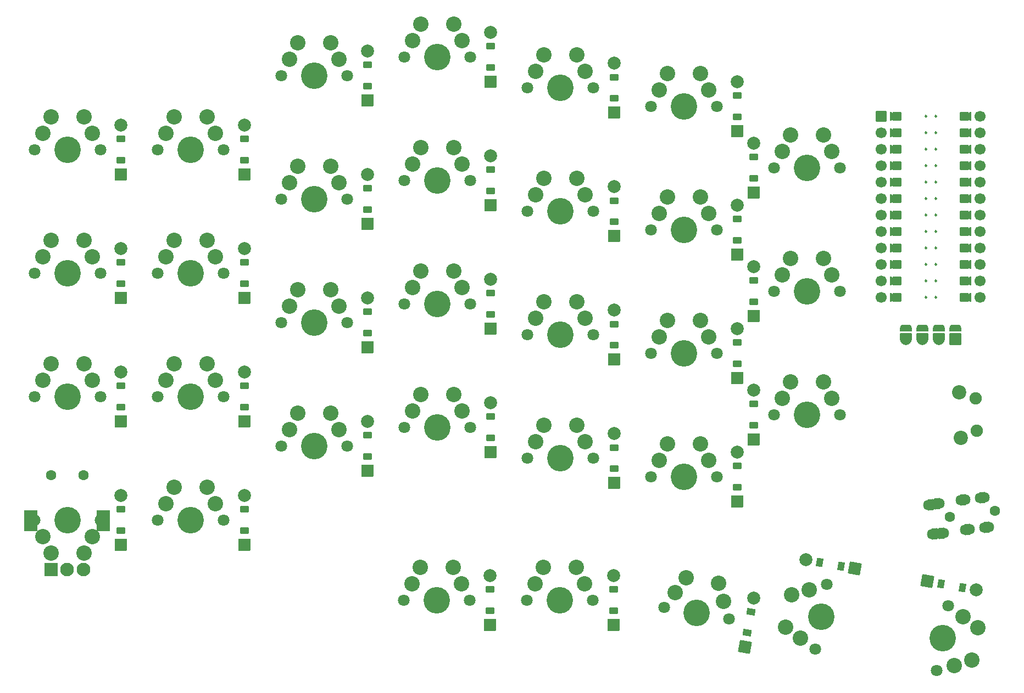
<source format=gts>
G04 #@! TF.GenerationSoftware,KiCad,Pcbnew,6.0.5-a6ca702e91~116~ubuntu20.04.1*
G04 #@! TF.CreationDate,2022-08-10T01:11:28+00:00*
G04 #@! TF.ProjectId,spleeb,73706c65-6562-42e6-9b69-6361645f7063,v1.0.0*
G04 #@! TF.SameCoordinates,Original*
G04 #@! TF.FileFunction,Soldermask,Top*
G04 #@! TF.FilePolarity,Negative*
%FSLAX46Y46*%
G04 Gerber Fmt 4.6, Leading zero omitted, Abs format (unit mm)*
G04 Created by KiCad (PCBNEW 6.0.5-a6ca702e91~116~ubuntu20.04.1) date 2022-08-10 01:11:28*
%MOMM*%
%LPD*%
G01*
G04 APERTURE LIST*
G04 Aperture macros list*
%AMRoundRect*
0 Rectangle with rounded corners*
0 $1 Rounding radius*
0 $2 $3 $4 $5 $6 $7 $8 $9 X,Y pos of 4 corners*
0 Add a 4 corners polygon primitive as box body*
4,1,4,$2,$3,$4,$5,$6,$7,$8,$9,$2,$3,0*
0 Add four circle primitives for the rounded corners*
1,1,$1+$1,$2,$3*
1,1,$1+$1,$4,$5*
1,1,$1+$1,$6,$7*
1,1,$1+$1,$8,$9*
0 Add four rect primitives between the rounded corners*
20,1,$1+$1,$2,$3,$4,$5,0*
20,1,$1+$1,$4,$5,$6,$7,0*
20,1,$1+$1,$6,$7,$8,$9,0*
20,1,$1+$1,$8,$9,$2,$3,0*%
%AMHorizOval*
0 Thick line with rounded ends*
0 $1 width*
0 $2 $3 position (X,Y) of the first rounded end (center of the circle)*
0 $4 $5 position (X,Y) of the second rounded end (center of the circle)*
0 Add line between two ends*
20,1,$1,$2,$3,$4,$5,0*
0 Add two circle primitives to create the rounded ends*
1,1,$1,$2,$3*
1,1,$1,$4,$5*%
%AMFreePoly0*
4,1,14,0.635355,0.435355,0.650000,0.400000,0.650000,0.200000,0.635355,0.164645,0.035355,-0.435355,0.000000,-0.450000,-0.035355,-0.435355,-0.635355,0.164645,-0.650000,0.200000,-0.650000,0.400000,-0.635355,0.435355,-0.600000,0.450000,0.600000,0.450000,0.635355,0.435355,0.635355,0.435355,$1*%
%AMFreePoly1*
4,1,16,0.635355,1.035355,0.650000,1.000000,0.650000,-0.250000,0.635355,-0.285355,0.600000,-0.300000,-0.600000,-0.300000,-0.635355,-0.285355,-0.650000,-0.250000,-0.650000,1.000000,-0.635355,1.035355,-0.600000,1.050000,-0.564645,1.035355,0.000000,0.470710,0.564645,1.035355,0.600000,1.050000,0.635355,1.035355,0.635355,1.035355,$1*%
%AMFreePoly2*
4,1,37,0.012350,0.894884,0.074210,0.894507,0.088231,0.892412,0.224052,0.851793,0.236921,0.845846,0.355883,0.768739,0.366566,0.759420,0.459104,0.652023,0.466742,0.640080,0.525419,0.511028,0.529398,0.497421,0.549495,0.357088,0.550000,0.350000,0.550000,-0.350000,0.549996,-0.350610,0.549847,-0.362826,0.549158,-0.370511,0.525638,-0.510312,0.521328,-0.523818,0.459516,-0.651397,
0.451589,-0.663150,0.356454,-0.768254,0.345546,-0.777309,0.224736,-0.851486,0.211726,-0.857116,0.074953,-0.894405,0.060885,-0.896158,0.011462,-0.895252,0.000000,-0.900000,-0.500000,-0.900000,-0.535355,-0.885355,-0.550000,-0.850000,-0.550000,0.850000,-0.535355,0.885355,-0.500000,0.900000,0.000000,0.900000,0.012350,0.894884,0.012350,0.894884,$1*%
%AMFreePoly3*
4,1,41,0.003401,0.899884,0.118759,0.892020,0.127454,0.890651,0.305599,0.846234,0.315735,0.842505,0.480187,0.760871,0.489285,0.755052,0.632371,0.640008,0.640008,0.632371,0.755052,0.489285,0.760871,0.480187,0.842505,0.315735,0.846234,0.305599,0.890651,0.127454,0.892020,0.118759,0.899884,0.003401,0.899884,-0.003401,0.892020,-0.118759,0.890651,-0.127454,0.846234,-0.305599,
0.842505,-0.315735,0.760871,-0.480187,0.755052,-0.489285,0.640008,-0.632371,0.632371,-0.640008,0.489285,-0.755052,0.480187,-0.760871,0.315735,-0.842505,0.305599,-0.846234,0.127454,-0.890651,0.118759,-0.892020,0.003401,-0.899884,0.000000,-0.900000,-0.850000,-0.900000,-0.885355,-0.885355,-0.900000,-0.850000,-0.900000,0.850000,-0.885355,0.885355,-0.850000,0.900000,0.000000,0.900000,
0.003401,0.899884,0.003401,0.899884,$1*%
G04 Aperture macros list end*
%ADD10C,0.250000*%
%ADD11C,0.100000*%
%ADD12RoundRect,0.050000X0.600000X-0.450000X0.600000X0.450000X-0.600000X0.450000X-0.600000X-0.450000X0*%
%ADD13C,2.005000*%
%ADD14RoundRect,0.050000X0.889000X-0.889000X0.889000X0.889000X-0.889000X0.889000X-0.889000X-0.889000X0*%
%ADD15C,1.801800*%
%ADD16C,4.087800*%
%ADD17C,2.386000*%
%ADD18C,1.900000*%
%ADD19C,2.200000*%
%ADD20RoundRect,0.050000X-0.547352X-0.512743X0.338975X-0.669026X0.547352X0.512743X-0.338975X0.669026X0*%
%ADD21RoundRect,0.050000X-1.029867X-0.721121X0.721121X-1.029867X1.029867X0.721121X-0.721121X1.029867X0*%
%ADD22R,2.000000X3.200000*%
%ADD23C,1.600000*%
%ADD24RoundRect,0.050000X1.000000X-1.000000X1.000000X1.000000X-1.000000X1.000000X-1.000000X-1.000000X0*%
%ADD25C,2.100000*%
%ADD26FreePoly0,90.000000*%
%ADD27C,1.700000*%
%ADD28FreePoly0,270.000000*%
%ADD29RoundRect,0.050000X-0.800000X0.800000X-0.800000X-0.800000X0.800000X-0.800000X0.800000X0.800000X0*%
%ADD30FreePoly1,270.000000*%
%ADD31FreePoly1,90.000000*%
%ADD32RoundRect,0.050000X0.512743X-0.547352X0.669026X0.338975X-0.512743X0.547352X-0.669026X-0.338975X0*%
%ADD33RoundRect,0.050000X0.721121X-1.029867X1.029867X0.721121X-0.721121X1.029867X-1.029867X-0.721121X0*%
%ADD34FreePoly2,90.000000*%
%ADD35RoundRect,0.050000X-0.850000X0.850000X-0.850000X-0.850000X0.850000X-0.850000X0.850000X0.850000X0*%
%ADD36FreePoly3,270.000000*%
%ADD37RoundRect,0.050000X0.547352X0.512743X-0.338975X0.669026X-0.547352X-0.512743X0.338975X-0.669026X0*%
%ADD38RoundRect,0.050000X1.029867X0.721121X-0.721121X1.029867X-1.029867X-0.721121X0.721121X-1.029867X0*%
%ADD39HorizOval,1.700000X-0.297260X-0.040455X0.297260X0.040455X0*%
G04 APERTURE END LIST*
D10*
G04 #@! TO.C,MCU1*
X132413000Y62287500D02*
G75*
G03*
X132413000Y62287500I-125000J0D01*
G01*
X133937000Y41967500D02*
G75*
G03*
X133937000Y41967500I-125000J0D01*
G01*
X132413000Y52127500D02*
G75*
G03*
X132413000Y52127500I-125000J0D01*
G01*
X132413000Y34347500D02*
G75*
G03*
X132413000Y34347500I-125000J0D01*
G01*
X133937000Y54667500D02*
G75*
G03*
X133937000Y54667500I-125000J0D01*
G01*
X133937000Y47047500D02*
G75*
G03*
X133937000Y47047500I-125000J0D01*
G01*
X133937000Y36887500D02*
G75*
G03*
X133937000Y36887500I-125000J0D01*
G01*
X133937000Y44507500D02*
G75*
G03*
X133937000Y44507500I-125000J0D01*
G01*
X133937000Y57207500D02*
G75*
G03*
X133937000Y57207500I-125000J0D01*
G01*
X133937000Y52127500D02*
G75*
G03*
X133937000Y52127500I-125000J0D01*
G01*
X132413000Y49587500D02*
G75*
G03*
X132413000Y49587500I-125000J0D01*
G01*
X133937000Y62287500D02*
G75*
G03*
X133937000Y62287500I-125000J0D01*
G01*
X133937000Y49587500D02*
G75*
G03*
X133937000Y49587500I-125000J0D01*
G01*
X132413000Y41967500D02*
G75*
G03*
X132413000Y41967500I-125000J0D01*
G01*
X132413000Y59747500D02*
G75*
G03*
X132413000Y59747500I-125000J0D01*
G01*
X132413000Y47047500D02*
G75*
G03*
X132413000Y47047500I-125000J0D01*
G01*
X132413000Y57207500D02*
G75*
G03*
X132413000Y57207500I-125000J0D01*
G01*
X132413000Y39427500D02*
G75*
G03*
X132413000Y39427500I-125000J0D01*
G01*
X132413000Y36887500D02*
G75*
G03*
X132413000Y36887500I-125000J0D01*
G01*
X133937000Y59747500D02*
G75*
G03*
X133937000Y59747500I-125000J0D01*
G01*
X133937000Y34347500D02*
G75*
G03*
X133937000Y34347500I-125000J0D01*
G01*
X132413000Y54667500D02*
G75*
G03*
X132413000Y54667500I-125000J0D01*
G01*
X133937000Y39427500D02*
G75*
G03*
X133937000Y39427500I-125000J0D01*
G01*
X132413000Y44507500D02*
G75*
G03*
X132413000Y44507500I-125000J0D01*
G01*
G36*
X139146000Y56699500D02*
G01*
X138130000Y56699500D01*
X138130000Y57715500D01*
X139146000Y57715500D01*
X139146000Y56699500D01*
G37*
D11*
X139146000Y56699500D02*
X138130000Y56699500D01*
X138130000Y57715500D01*
X139146000Y57715500D01*
X139146000Y56699500D01*
G36*
X139146000Y51619500D02*
G01*
X138130000Y51619500D01*
X138130000Y52635500D01*
X139146000Y52635500D01*
X139146000Y51619500D01*
G37*
X139146000Y51619500D02*
X138130000Y51619500D01*
X138130000Y52635500D01*
X139146000Y52635500D01*
X139146000Y51619500D01*
G36*
X139146000Y36379500D02*
G01*
X138130000Y36379500D01*
X138130000Y37395500D01*
X139146000Y37395500D01*
X139146000Y36379500D01*
G37*
X139146000Y36379500D02*
X138130000Y36379500D01*
X138130000Y37395500D01*
X139146000Y37395500D01*
X139146000Y36379500D01*
G36*
X127970000Y38919500D02*
G01*
X126954000Y38919500D01*
X126954000Y39935500D01*
X127970000Y39935500D01*
X127970000Y38919500D01*
G37*
X127970000Y38919500D02*
X126954000Y38919500D01*
X126954000Y39935500D01*
X127970000Y39935500D01*
X127970000Y38919500D01*
G36*
X139146000Y41459500D02*
G01*
X138130000Y41459500D01*
X138130000Y42475500D01*
X139146000Y42475500D01*
X139146000Y41459500D01*
G37*
X139146000Y41459500D02*
X138130000Y41459500D01*
X138130000Y42475500D01*
X139146000Y42475500D01*
X139146000Y41459500D01*
G36*
X139146000Y49079500D02*
G01*
X138130000Y49079500D01*
X138130000Y50095500D01*
X139146000Y50095500D01*
X139146000Y49079500D01*
G37*
X139146000Y49079500D02*
X138130000Y49079500D01*
X138130000Y50095500D01*
X139146000Y50095500D01*
X139146000Y49079500D01*
G36*
X127970000Y41459500D02*
G01*
X126954000Y41459500D01*
X126954000Y42475500D01*
X127970000Y42475500D01*
X127970000Y41459500D01*
G37*
X127970000Y41459500D02*
X126954000Y41459500D01*
X126954000Y42475500D01*
X127970000Y42475500D01*
X127970000Y41459500D01*
G36*
X127970000Y59239500D02*
G01*
X126954000Y59239500D01*
X126954000Y60255500D01*
X127970000Y60255500D01*
X127970000Y59239500D01*
G37*
X127970000Y59239500D02*
X126954000Y59239500D01*
X126954000Y60255500D01*
X127970000Y60255500D01*
X127970000Y59239500D01*
G36*
X127970000Y46539500D02*
G01*
X126954000Y46539500D01*
X126954000Y47555500D01*
X127970000Y47555500D01*
X127970000Y46539500D01*
G37*
X127970000Y46539500D02*
X126954000Y46539500D01*
X126954000Y47555500D01*
X127970000Y47555500D01*
X127970000Y46539500D01*
G36*
X127970000Y43999500D02*
G01*
X126954000Y43999500D01*
X126954000Y45015500D01*
X127970000Y45015500D01*
X127970000Y43999500D01*
G37*
X127970000Y43999500D02*
X126954000Y43999500D01*
X126954000Y45015500D01*
X127970000Y45015500D01*
X127970000Y43999500D01*
G36*
X127970000Y51619500D02*
G01*
X126954000Y51619500D01*
X126954000Y52635500D01*
X127970000Y52635500D01*
X127970000Y51619500D01*
G37*
X127970000Y51619500D02*
X126954000Y51619500D01*
X126954000Y52635500D01*
X127970000Y52635500D01*
X127970000Y51619500D01*
G36*
X127970000Y36379500D02*
G01*
X126954000Y36379500D01*
X126954000Y37395500D01*
X127970000Y37395500D01*
X127970000Y36379500D01*
G37*
X127970000Y36379500D02*
X126954000Y36379500D01*
X126954000Y37395500D01*
X127970000Y37395500D01*
X127970000Y36379500D01*
G36*
X127970000Y33839500D02*
G01*
X126954000Y33839500D01*
X126954000Y34855500D01*
X127970000Y34855500D01*
X127970000Y33839500D01*
G37*
X127970000Y33839500D02*
X126954000Y33839500D01*
X126954000Y34855500D01*
X127970000Y34855500D01*
X127970000Y33839500D01*
G36*
X127970000Y49079500D02*
G01*
X126954000Y49079500D01*
X126954000Y50095500D01*
X127970000Y50095500D01*
X127970000Y49079500D01*
G37*
X127970000Y49079500D02*
X126954000Y49079500D01*
X126954000Y50095500D01*
X127970000Y50095500D01*
X127970000Y49079500D01*
G36*
X139146000Y61779500D02*
G01*
X138130000Y61779500D01*
X138130000Y62795500D01*
X139146000Y62795500D01*
X139146000Y61779500D01*
G37*
X139146000Y61779500D02*
X138130000Y61779500D01*
X138130000Y62795500D01*
X139146000Y62795500D01*
X139146000Y61779500D01*
G36*
X139146000Y46539500D02*
G01*
X138130000Y46539500D01*
X138130000Y47555500D01*
X139146000Y47555500D01*
X139146000Y46539500D01*
G37*
X139146000Y46539500D02*
X138130000Y46539500D01*
X138130000Y47555500D01*
X139146000Y47555500D01*
X139146000Y46539500D01*
G36*
X139146000Y38919500D02*
G01*
X138130000Y38919500D01*
X138130000Y39935500D01*
X139146000Y39935500D01*
X139146000Y38919500D01*
G37*
X139146000Y38919500D02*
X138130000Y38919500D01*
X138130000Y39935500D01*
X139146000Y39935500D01*
X139146000Y38919500D01*
G36*
X127970000Y61779500D02*
G01*
X126954000Y61779500D01*
X126954000Y62795500D01*
X127970000Y62795500D01*
X127970000Y61779500D01*
G37*
X127970000Y61779500D02*
X126954000Y61779500D01*
X126954000Y62795500D01*
X127970000Y62795500D01*
X127970000Y61779500D01*
G36*
X127970000Y56699500D02*
G01*
X126954000Y56699500D01*
X126954000Y57715500D01*
X127970000Y57715500D01*
X127970000Y56699500D01*
G37*
X127970000Y56699500D02*
X126954000Y56699500D01*
X126954000Y57715500D01*
X127970000Y57715500D01*
X127970000Y56699500D01*
G36*
X139146000Y54159500D02*
G01*
X138130000Y54159500D01*
X138130000Y55175500D01*
X139146000Y55175500D01*
X139146000Y54159500D01*
G37*
X139146000Y54159500D02*
X138130000Y54159500D01*
X138130000Y55175500D01*
X139146000Y55175500D01*
X139146000Y54159500D01*
G36*
X139146000Y59239500D02*
G01*
X138130000Y59239500D01*
X138130000Y60255500D01*
X139146000Y60255500D01*
X139146000Y59239500D01*
G37*
X139146000Y59239500D02*
X138130000Y59239500D01*
X138130000Y60255500D01*
X139146000Y60255500D01*
X139146000Y59239500D01*
G36*
X127970000Y54159500D02*
G01*
X126954000Y54159500D01*
X126954000Y55175500D01*
X127970000Y55175500D01*
X127970000Y54159500D01*
G37*
X127970000Y54159500D02*
X126954000Y54159500D01*
X126954000Y55175500D01*
X127970000Y55175500D01*
X127970000Y54159500D01*
G36*
X139146000Y33839500D02*
G01*
X138130000Y33839500D01*
X138130000Y34855500D01*
X139146000Y34855500D01*
X139146000Y33839500D01*
G37*
X139146000Y33839500D02*
X138130000Y33839500D01*
X138130000Y34855500D01*
X139146000Y34855500D01*
X139146000Y33839500D01*
G36*
X139146000Y43999500D02*
G01*
X138130000Y43999500D01*
X138130000Y45015500D01*
X139146000Y45015500D01*
X139146000Y43999500D01*
G37*
X139146000Y43999500D02*
X138130000Y43999500D01*
X138130000Y45015500D01*
X139146000Y45015500D01*
X139146000Y43999500D01*
G04 #@! TD*
D12*
G04 #@! TO.C,D4*
X8250000Y55500000D03*
D13*
X8250000Y60960000D03*
D14*
X8250000Y53340000D03*
D12*
X8250000Y58800000D03*
G04 #@! TD*
G04 #@! TO.C,D20*
X84250000Y65025000D03*
D13*
X84250000Y70485000D03*
D12*
X84250000Y68325000D03*
D14*
X84250000Y62865000D03*
G04 #@! TD*
D15*
G04 #@! TO.C,S32*
X133970265Y-23263422D03*
D16*
X134852398Y-18260599D03*
D15*
X135734531Y-13257776D03*
D17*
X140296288Y-16641320D03*
X139414155Y-21644143D03*
X136692210Y-22453783D03*
X138015409Y-14949548D03*
G04 #@! TD*
D18*
G04 #@! TO.C,B1*
X140136487Y13762647D03*
X139961990Y18759601D03*
D19*
X137672910Y12676008D03*
X137428613Y19671744D03*
G04 #@! TD*
D20*
G04 #@! TO.C,D32*
X134660062Y-9849416D03*
D13*
X140037113Y-10797535D03*
D20*
X137909928Y-10422454D03*
D21*
X132532877Y-9474335D03*
G04 #@! TD*
D12*
G04 #@! TO.C,D13*
X65250000Y12637500D03*
D13*
X65250000Y18097500D03*
D12*
X65250000Y15937500D03*
D14*
X65250000Y10477500D03*
G04 #@! TD*
D13*
G04 #@! TO.C,D2*
X8250000Y22860000D03*
D12*
X8250000Y17400000D03*
D14*
X8250000Y15240000D03*
D12*
X8250000Y20700000D03*
G04 #@! TD*
D13*
G04 #@! TO.C,D6*
X27250000Y22860000D03*
D12*
X27250000Y17400000D03*
X27250000Y20700000D03*
D14*
X27250000Y15240000D03*
G04 #@! TD*
D15*
G04 #@! TO.C,S16*
X62080000Y71437500D03*
D16*
X57000000Y71437500D03*
D15*
X51920000Y71437500D03*
D17*
X54460000Y76517500D03*
X59540000Y76517500D03*
X60810000Y73977500D03*
X53190000Y73977500D03*
G04 #@! TD*
D16*
G04 #@! TO.C,S11*
X38000000Y49530000D03*
D15*
X32920000Y49530000D03*
X43080000Y49530000D03*
D17*
X35460000Y54610000D03*
X40540000Y54610000D03*
X41810000Y52070000D03*
X34190000Y52070000D03*
G04 #@! TD*
D16*
G04 #@! TO.C,S14*
X57000000Y33337500D03*
D15*
X51920000Y33337500D03*
X62080000Y33337500D03*
D17*
X59540000Y38417500D03*
X54460000Y38417500D03*
X60810000Y35877500D03*
X53190000Y35877500D03*
G04 #@! TD*
D12*
G04 #@! TO.C,D22*
X103250000Y24067500D03*
D13*
X103250000Y29527500D03*
D12*
X103250000Y27367500D03*
D14*
X103250000Y21907500D03*
G04 #@! TD*
D15*
G04 #@! TO.C,S20*
X81080000Y66675000D03*
D16*
X76000000Y66675000D03*
D15*
X70920000Y66675000D03*
D17*
X78540000Y71755000D03*
X73460000Y71755000D03*
X72190000Y69215000D03*
X79810000Y69215000D03*
G04 #@! TD*
D16*
G04 #@! TO.C,S10*
X38000000Y30480000D03*
D15*
X32920000Y30480000D03*
X43080000Y30480000D03*
D17*
X40540000Y35560000D03*
X35460000Y35560000D03*
X34190000Y33020000D03*
X41810000Y33020000D03*
G04 #@! TD*
D13*
G04 #@! TO.C,D26*
X105750000Y39077500D03*
D12*
X105750000Y33617500D03*
D14*
X105750000Y31457500D03*
D12*
X105750000Y36917500D03*
G04 #@! TD*
D15*
G04 #@! TO.C,S25*
X108920000Y16217500D03*
D16*
X114000000Y16217500D03*
D15*
X119080000Y16217500D03*
D17*
X111460000Y21297500D03*
X116540000Y21297500D03*
X110190000Y18757500D03*
X117810000Y18757500D03*
G04 #@! TD*
D15*
G04 #@! TO.C,S30*
X101952823Y-15264633D03*
D16*
X96950000Y-14382500D03*
D15*
X91947177Y-13500367D03*
D17*
X100333544Y-9820743D03*
X95330721Y-8938610D03*
X93638949Y-11219489D03*
X101143184Y-12542688D03*
G04 #@! TD*
D12*
G04 #@! TO.C,D19*
X84250000Y45975000D03*
D13*
X84250000Y51435000D03*
D14*
X84250000Y43815000D03*
D12*
X84250000Y49275000D03*
G04 #@! TD*
D13*
G04 #@! TO.C,D10*
X46250000Y34290000D03*
D12*
X46250000Y28830000D03*
X46250000Y32130000D03*
D14*
X46250000Y26670000D03*
G04 #@! TD*
D15*
G04 #@! TO.C,S1*
X-5080000Y0D03*
X5080000Y0D03*
D16*
X0Y0D03*
D17*
X2540000Y-5080000D03*
X-2540000Y-5080000D03*
X3810000Y-2540000D03*
X-3810000Y-2540000D03*
G04 #@! TD*
D15*
G04 #@! TO.C,S12*
X32920000Y68580000D03*
D16*
X38000000Y68580000D03*
D15*
X43080000Y68580000D03*
D17*
X35460000Y73660000D03*
X40540000Y73660000D03*
X34190000Y71120000D03*
X41810000Y71120000D03*
G04 #@! TD*
D13*
G04 #@! TO.C,D25*
X105750000Y20027500D03*
D12*
X105750000Y14567500D03*
D14*
X105750000Y12407500D03*
D12*
X105750000Y17867500D03*
G04 #@! TD*
D15*
G04 #@! TO.C,S3*
X5080000Y38100000D03*
D16*
X0Y38100000D03*
D15*
X-5080000Y38100000D03*
D17*
X-2540000Y43180000D03*
X2540000Y43180000D03*
X-3810000Y40640000D03*
X3810000Y40640000D03*
G04 #@! TD*
D12*
G04 #@! TO.C,D12*
X46250000Y66930000D03*
D13*
X46250000Y72390000D03*
D14*
X46250000Y64770000D03*
D12*
X46250000Y70230000D03*
G04 #@! TD*
D16*
G04 #@! TO.C,S7*
X19000000Y38100000D03*
D15*
X24080000Y38100000D03*
X13920000Y38100000D03*
D17*
X16460000Y43180000D03*
X21540000Y43180000D03*
X22810000Y40640000D03*
X15190000Y40640000D03*
G04 #@! TD*
D12*
G04 #@! TO.C,D11*
X46250000Y47880000D03*
D13*
X46250000Y53340000D03*
D12*
X46250000Y51180000D03*
D14*
X46250000Y45720000D03*
G04 #@! TD*
D13*
G04 #@! TO.C,D7*
X27250000Y41910000D03*
D12*
X27250000Y36450000D03*
X27250000Y39750000D03*
D14*
X27250000Y34290000D03*
G04 #@! TD*
D16*
G04 #@! TO.C,S18*
X76000000Y28575000D03*
D15*
X70920000Y28575000D03*
X81080000Y28575000D03*
D17*
X73460000Y33655000D03*
X78540000Y33655000D03*
X79810000Y31115000D03*
X72190000Y31115000D03*
G04 #@! TD*
D12*
G04 #@! TO.C,D17*
X84250000Y7875000D03*
D13*
X84250000Y13335000D03*
D12*
X84250000Y11175000D03*
D14*
X84250000Y5715000D03*
G04 #@! TD*
D15*
G04 #@! TO.C,S26*
X108920000Y35267500D03*
D16*
X114000000Y35267500D03*
D15*
X119080000Y35267500D03*
D17*
X116540000Y40347500D03*
X111460000Y40347500D03*
X110190000Y37807500D03*
X117810000Y37807500D03*
G04 #@! TD*
D22*
G04 #@! TO.C,ROT1*
X-5640000Y-120000D03*
X5560000Y-120000D03*
D23*
X-2540000Y6880000D03*
X2460000Y6880000D03*
D24*
X-2540000Y-7620000D03*
D25*
X2460000Y-7620000D03*
X-40000Y-7620000D03*
G04 #@! TD*
D15*
G04 #@! TO.C,S9*
X43080000Y11430000D03*
X32920000Y11430000D03*
D16*
X38000000Y11430000D03*
D17*
X40540000Y16510000D03*
X35460000Y16510000D03*
X41810000Y13970000D03*
X34190000Y13970000D03*
G04 #@! TD*
D16*
G04 #@! TO.C,S2*
X0Y19050000D03*
D15*
X5080000Y19050000D03*
X-5080000Y19050000D03*
D17*
X2540000Y24130000D03*
X-2540000Y24130000D03*
X3810000Y21590000D03*
X-3810000Y21590000D03*
G04 #@! TD*
D15*
G04 #@! TO.C,S8*
X24080000Y57150000D03*
D16*
X19000000Y57150000D03*
D15*
X13920000Y57150000D03*
D17*
X21540000Y62230000D03*
X16460000Y62230000D03*
X15190000Y59690000D03*
X22810000Y59690000D03*
G04 #@! TD*
D26*
G04 #@! TO.C,MCU1*
X127208000Y62287500D03*
D27*
X140670000Y49587500D03*
D28*
X138892000Y57207500D03*
D27*
X125430000Y59747500D03*
D26*
X127208000Y36887500D03*
X127208000Y57207500D03*
D27*
X125430000Y62287500D03*
D26*
X127208000Y47047500D03*
X127208000Y52127500D03*
D28*
X138892000Y34347500D03*
D27*
X125430000Y52127500D03*
X125430000Y44507500D03*
D28*
X138892000Y52127500D03*
D27*
X140670000Y59747500D03*
D28*
X138892000Y44507500D03*
D26*
X127208000Y41967500D03*
D28*
X138892000Y39427500D03*
D26*
X127208000Y39427500D03*
D27*
X140670000Y54667500D03*
X125430000Y36887500D03*
X125430000Y41967500D03*
D26*
X127208000Y54667500D03*
D27*
X140670000Y36887500D03*
X140670000Y62287500D03*
X125430000Y34347500D03*
D26*
X127208000Y34347500D03*
D28*
X138892000Y59747500D03*
D27*
X125430000Y54667500D03*
D28*
X138892000Y62287500D03*
D27*
X140670000Y52127500D03*
D29*
X125430000Y62287500D03*
D27*
X140670000Y34347500D03*
D26*
X127208000Y44507500D03*
X127208000Y49587500D03*
D27*
X140670000Y44507500D03*
D28*
X138892000Y36887500D03*
D27*
X140670000Y47047500D03*
D28*
X138892000Y49587500D03*
D27*
X125430000Y57207500D03*
X125430000Y47047500D03*
D28*
X138892000Y47047500D03*
X138892000Y54667500D03*
D26*
X127208000Y59747500D03*
D28*
X138892000Y41967500D03*
D27*
X125430000Y49587500D03*
X140670000Y39427500D03*
X140670000Y57207500D03*
X140670000Y41967500D03*
X125430000Y39427500D03*
D30*
X137876000Y62287500D03*
X137876000Y59747500D03*
X137876000Y57207500D03*
X137876000Y54667500D03*
X137876000Y52127500D03*
X137876000Y49587500D03*
X137876000Y47047500D03*
X137876000Y44507500D03*
X137876000Y41967500D03*
X137876000Y39427500D03*
X137876000Y36887500D03*
X137876000Y34347500D03*
D31*
X128224000Y34347500D03*
X128224000Y36887500D03*
X128224000Y39427500D03*
X128224000Y41967500D03*
X128224000Y44507500D03*
X128224000Y47047500D03*
X128224000Y49587500D03*
X128224000Y52127500D03*
X128224000Y54667500D03*
X128224000Y57207500D03*
X128224000Y59747500D03*
X128224000Y62287500D03*
G04 #@! TD*
D15*
G04 #@! TO.C,S17*
X70920000Y9525000D03*
D16*
X76000000Y9525000D03*
D15*
X81080000Y9525000D03*
D17*
X73460000Y14605000D03*
X78540000Y14605000D03*
X72190000Y12065000D03*
X79810000Y12065000D03*
G04 #@! TD*
D13*
G04 #@! TO.C,D23*
X103250000Y48577500D03*
D12*
X103250000Y43117500D03*
D14*
X103250000Y40957500D03*
D12*
X103250000Y46417500D03*
G04 #@! TD*
D15*
G04 #@! TO.C,S4*
X-5080000Y57150000D03*
D16*
X0Y57150000D03*
D15*
X5080000Y57150000D03*
D17*
X2540000Y62230000D03*
X-2540000Y62230000D03*
X-3810000Y59690000D03*
X3810000Y59690000D03*
G04 #@! TD*
D13*
G04 #@! TO.C,D15*
X65250000Y56197500D03*
D12*
X65250000Y50737500D03*
D14*
X65250000Y48577500D03*
D12*
X65250000Y54037500D03*
G04 #@! TD*
D15*
G04 #@! TO.C,S27*
X108920000Y54317500D03*
X119080000Y54317500D03*
D16*
X114000000Y54317500D03*
D17*
X111460000Y59397500D03*
X116540000Y59397500D03*
X117810000Y56857500D03*
X110190000Y56857500D03*
G04 #@! TD*
D13*
G04 #@! TO.C,D9*
X46250000Y15240000D03*
D12*
X46250000Y9780000D03*
X46250000Y13080000D03*
D14*
X46250000Y7620000D03*
G04 #@! TD*
D13*
G04 #@! TO.C,D27*
X105750000Y58127500D03*
D12*
X105750000Y52667500D03*
X105750000Y55967500D03*
D14*
X105750000Y50507500D03*
G04 #@! TD*
D15*
G04 #@! TO.C,S15*
X62080000Y52387500D03*
X51920000Y52387500D03*
D16*
X57000000Y52387500D03*
D17*
X59540000Y57467500D03*
X54460000Y57467500D03*
X60810000Y54927500D03*
X53190000Y54927500D03*
G04 #@! TD*
D16*
G04 #@! TO.C,S22*
X95000000Y25717500D03*
D15*
X89920000Y25717500D03*
X100080000Y25717500D03*
D17*
X97540000Y30797500D03*
X92460000Y30797500D03*
X91190000Y28257500D03*
X98810000Y28257500D03*
G04 #@! TD*
D15*
G04 #@! TO.C,S23*
X89920000Y44767500D03*
X100080000Y44767500D03*
D16*
X95000000Y44767500D03*
D17*
X92460000Y49847500D03*
X97540000Y49847500D03*
X91190000Y47307500D03*
X98810000Y47307500D03*
G04 #@! TD*
D15*
G04 #@! TO.C,S13*
X51920000Y14287500D03*
X62080000Y14287500D03*
D16*
X57000000Y14287500D03*
D17*
X59540000Y19367500D03*
X54460000Y19367500D03*
X53190000Y16827500D03*
X60810000Y16827500D03*
G04 #@! TD*
D12*
G04 #@! TO.C,D14*
X65250000Y31687500D03*
D13*
X65250000Y37147500D03*
D12*
X65250000Y34987500D03*
D14*
X65250000Y29527500D03*
G04 #@! TD*
D13*
G04 #@! TO.C,D16*
X65250000Y75247500D03*
D12*
X65250000Y69787500D03*
X65250000Y73087500D03*
D14*
X65250000Y67627500D03*
G04 #@! TD*
D13*
G04 #@! TO.C,D28*
X65150000Y-8572500D03*
D12*
X65150000Y-14032500D03*
D14*
X65150000Y-16192500D03*
D12*
X65150000Y-10732500D03*
G04 #@! TD*
D13*
G04 #@! TO.C,D21*
X103250000Y10477500D03*
D12*
X103250000Y5017500D03*
D14*
X103250000Y2857500D03*
D12*
X103250000Y8317500D03*
G04 #@! TD*
D16*
G04 #@! TO.C,S5*
X19000000Y0D03*
D15*
X24080000Y0D03*
X13920000Y0D03*
D17*
X16460000Y5080000D03*
X21540000Y5080000D03*
X22810000Y2540000D03*
X15190000Y2540000D03*
G04 #@! TD*
D12*
G04 #@! TO.C,D8*
X27250000Y55500000D03*
D13*
X27250000Y60960000D03*
D12*
X27250000Y58800000D03*
D14*
X27250000Y53340000D03*
G04 #@! TD*
D16*
G04 #@! TO.C,S6*
X19000000Y19050000D03*
D15*
X13920000Y19050000D03*
X24080000Y19050000D03*
D17*
X16460000Y24130000D03*
X21540000Y24130000D03*
X15190000Y21590000D03*
X22810000Y21590000D03*
G04 #@! TD*
D13*
G04 #@! TO.C,D30*
X105736264Y-12062980D03*
D32*
X104788145Y-17440031D03*
D33*
X104413064Y-19567216D03*
D32*
X105361183Y-14190165D03*
G04 #@! TD*
D16*
G04 #@! TO.C,S28*
X56900000Y-12382500D03*
D15*
X51820000Y-12382500D03*
X61980000Y-12382500D03*
D17*
X59440000Y-7302500D03*
X54360000Y-7302500D03*
X60710000Y-9842500D03*
X53090000Y-9842500D03*
G04 #@! TD*
D16*
G04 #@! TO.C,S19*
X76000000Y47625000D03*
D15*
X81080000Y47625000D03*
X70920000Y47625000D03*
D17*
X78540000Y52705000D03*
X73460000Y52705000D03*
X72190000Y50165000D03*
X79810000Y50165000D03*
G04 #@! TD*
D13*
G04 #@! TO.C,D29*
X84150000Y-8572500D03*
D12*
X84150000Y-14032500D03*
X84150000Y-10732500D03*
D14*
X84150000Y-16192500D03*
G04 #@! TD*
D15*
G04 #@! TO.C,S21*
X100080000Y6667500D03*
X89920000Y6667500D03*
D16*
X95000000Y6667500D03*
D17*
X92460000Y11747500D03*
X97540000Y11747500D03*
X91190000Y9207500D03*
X98810000Y9207500D03*
G04 #@! TD*
D15*
G04 #@! TO.C,S29*
X70820000Y-12382500D03*
X80980000Y-12382500D03*
D16*
X75900000Y-12382500D03*
D17*
X73360000Y-7302500D03*
X78440000Y-7302500D03*
X79710000Y-9842500D03*
X72090000Y-9842500D03*
G04 #@! TD*
D12*
G04 #@! TO.C,D3*
X8250000Y36450000D03*
D13*
X8250000Y41910000D03*
D12*
X8250000Y39750000D03*
D14*
X8250000Y34290000D03*
G04 #@! TD*
D12*
G04 #@! TO.C,D24*
X103250000Y62167500D03*
D13*
X103250000Y67627500D03*
D12*
X103250000Y65467500D03*
D14*
X103250000Y60007500D03*
G04 #@! TD*
D12*
G04 #@! TO.C,D18*
X84250000Y26925000D03*
D13*
X84250000Y32385000D03*
D14*
X84250000Y24765000D03*
D12*
X84250000Y30225000D03*
G04 #@! TD*
D34*
G04 #@! TO.C,OLED1*
X136850000Y29568500D03*
X134310000Y29568500D03*
X131770000Y29568500D03*
X129230000Y29568500D03*
D35*
X136850000Y27917500D03*
D36*
X134310000Y27917500D03*
X131770000Y27917500D03*
X129230000Y27917500D03*
G04 #@! TD*
D37*
G04 #@! TO.C,D31*
X119198581Y-7123139D03*
D13*
X113821530Y-6175020D03*
D37*
X115948715Y-6550101D03*
D38*
X121325766Y-7498220D03*
G04 #@! TD*
D15*
G04 #@! TO.C,S24*
X89920000Y63817500D03*
D16*
X95000000Y63817500D03*
D15*
X100080000Y63817500D03*
D17*
X97540000Y68897500D03*
X92460000Y68897500D03*
X98810000Y66357500D03*
X91190000Y66357500D03*
G04 #@! TD*
D12*
G04 #@! TO.C,D5*
X27250000Y-1650000D03*
D13*
X27250000Y3810000D03*
D12*
X27250000Y1650000D03*
D14*
X27250000Y-3810000D03*
G04 #@! TD*
D13*
G04 #@! TO.C,D1*
X8250000Y3810000D03*
D12*
X8250000Y-1650000D03*
X8250000Y1650000D03*
D14*
X8250000Y-3810000D03*
G04 #@! TD*
D23*
G04 #@! TO.C,REF\u002A\u002A*
X135976244Y447137D03*
X142912305Y1391093D03*
D39*
X133611063Y-2195953D03*
X132990749Y2362031D03*
X134080702Y2510367D03*
X134701016Y-2047616D03*
X138044165Y3049770D03*
X138664479Y-1508213D03*
X141637077Y-1103660D03*
X141016763Y3454323D03*
G04 #@! TD*
D16*
G04 #@! TO.C,S31*
X116141050Y-14961284D03*
D15*
X115258917Y-19964107D03*
X117023183Y-9958461D03*
D17*
X111579293Y-11577740D03*
X110697160Y-16580563D03*
X112978039Y-18272335D03*
X114301238Y-10768100D03*
G04 #@! TD*
M02*

</source>
